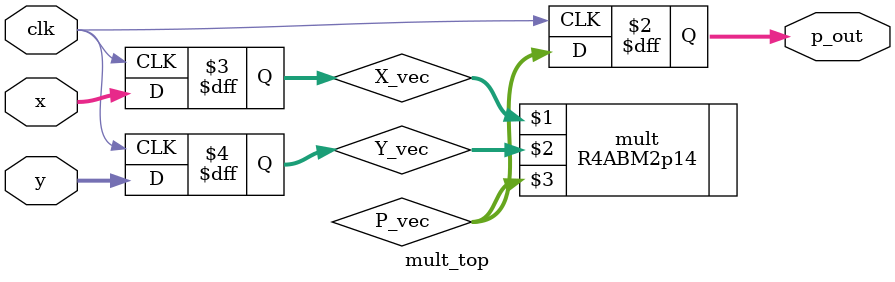
<source format=v>

`include "timescale.v"

module mult_top(
    // Clock and reset
    input clk,
    // Input X has a form x_i%d where %d denotes the bit number
    input  [15:0] x,
    // Input Y has a form y_i%d where %d denotes the bit number
    input  [15:0] y,
    // Output P has a form p_out%d where %d denotes the bit number
    output reg [31:0] p_out
    );

    
    // Now we have X_vec and Y_vec signal 
    // Then we do processing with these signals and store the 
    // intermidiate result in P_vec
    // For example purposes X_vec and Y_vec are concanated and stored in P_vec
    wire [31:0] P_vec;
    reg [15:0] X_vec;
    reg [15:0] Y_vec;
    
    R4ABM2p14 mult(X_vec,Y_vec,P_vec); 

 
    always @(posedge clk) 
    begin
        p_out = P_vec;
        X_vec = x;
        Y_vec = y;
    end

endmodule 


</source>
